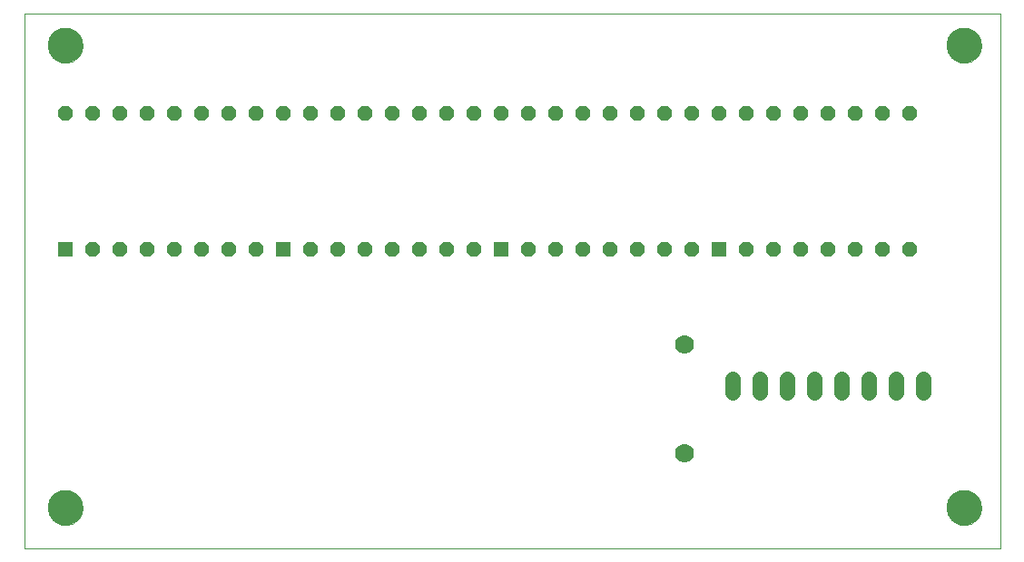
<source format=gbs>
G75*
G70*
%OFA0B0*%
%FSLAX24Y24*%
%IPPOS*%
%LPD*%
%AMOC8*
5,1,8,0,0,1.08239X$1,22.5*
%
%ADD10C,0.0000*%
%ADD11C,0.1300*%
%ADD12OC8,0.0555*%
%ADD13R,0.0555X0.0555*%
%ADD14C,0.0555*%
%ADD15C,0.0700*%
D10*
X000180Y000180D02*
X000180Y019865D01*
X036007Y019865D01*
X036007Y000180D01*
X000180Y000180D01*
X001050Y001680D02*
X001052Y001730D01*
X001058Y001780D01*
X001068Y001829D01*
X001082Y001877D01*
X001099Y001924D01*
X001120Y001969D01*
X001145Y002013D01*
X001173Y002054D01*
X001205Y002093D01*
X001239Y002130D01*
X001276Y002164D01*
X001316Y002194D01*
X001358Y002221D01*
X001402Y002245D01*
X001448Y002266D01*
X001495Y002282D01*
X001543Y002295D01*
X001593Y002304D01*
X001642Y002309D01*
X001693Y002310D01*
X001743Y002307D01*
X001792Y002300D01*
X001841Y002289D01*
X001889Y002274D01*
X001935Y002256D01*
X001980Y002234D01*
X002023Y002208D01*
X002064Y002179D01*
X002103Y002147D01*
X002139Y002112D01*
X002171Y002074D01*
X002201Y002034D01*
X002228Y001991D01*
X002251Y001947D01*
X002270Y001901D01*
X002286Y001853D01*
X002298Y001804D01*
X002306Y001755D01*
X002310Y001705D01*
X002310Y001655D01*
X002306Y001605D01*
X002298Y001556D01*
X002286Y001507D01*
X002270Y001459D01*
X002251Y001413D01*
X002228Y001369D01*
X002201Y001326D01*
X002171Y001286D01*
X002139Y001248D01*
X002103Y001213D01*
X002064Y001181D01*
X002023Y001152D01*
X001980Y001126D01*
X001935Y001104D01*
X001889Y001086D01*
X001841Y001071D01*
X001792Y001060D01*
X001743Y001053D01*
X001693Y001050D01*
X001642Y001051D01*
X001593Y001056D01*
X001543Y001065D01*
X001495Y001078D01*
X001448Y001094D01*
X001402Y001115D01*
X001358Y001139D01*
X001316Y001166D01*
X001276Y001196D01*
X001239Y001230D01*
X001205Y001267D01*
X001173Y001306D01*
X001145Y001347D01*
X001120Y001391D01*
X001099Y001436D01*
X001082Y001483D01*
X001068Y001531D01*
X001058Y001580D01*
X001052Y001630D01*
X001050Y001680D01*
X001050Y018680D02*
X001052Y018730D01*
X001058Y018780D01*
X001068Y018829D01*
X001082Y018877D01*
X001099Y018924D01*
X001120Y018969D01*
X001145Y019013D01*
X001173Y019054D01*
X001205Y019093D01*
X001239Y019130D01*
X001276Y019164D01*
X001316Y019194D01*
X001358Y019221D01*
X001402Y019245D01*
X001448Y019266D01*
X001495Y019282D01*
X001543Y019295D01*
X001593Y019304D01*
X001642Y019309D01*
X001693Y019310D01*
X001743Y019307D01*
X001792Y019300D01*
X001841Y019289D01*
X001889Y019274D01*
X001935Y019256D01*
X001980Y019234D01*
X002023Y019208D01*
X002064Y019179D01*
X002103Y019147D01*
X002139Y019112D01*
X002171Y019074D01*
X002201Y019034D01*
X002228Y018991D01*
X002251Y018947D01*
X002270Y018901D01*
X002286Y018853D01*
X002298Y018804D01*
X002306Y018755D01*
X002310Y018705D01*
X002310Y018655D01*
X002306Y018605D01*
X002298Y018556D01*
X002286Y018507D01*
X002270Y018459D01*
X002251Y018413D01*
X002228Y018369D01*
X002201Y018326D01*
X002171Y018286D01*
X002139Y018248D01*
X002103Y018213D01*
X002064Y018181D01*
X002023Y018152D01*
X001980Y018126D01*
X001935Y018104D01*
X001889Y018086D01*
X001841Y018071D01*
X001792Y018060D01*
X001743Y018053D01*
X001693Y018050D01*
X001642Y018051D01*
X001593Y018056D01*
X001543Y018065D01*
X001495Y018078D01*
X001448Y018094D01*
X001402Y018115D01*
X001358Y018139D01*
X001316Y018166D01*
X001276Y018196D01*
X001239Y018230D01*
X001205Y018267D01*
X001173Y018306D01*
X001145Y018347D01*
X001120Y018391D01*
X001099Y018436D01*
X001082Y018483D01*
X001068Y018531D01*
X001058Y018580D01*
X001052Y018630D01*
X001050Y018680D01*
X034050Y018680D02*
X034052Y018730D01*
X034058Y018780D01*
X034068Y018829D01*
X034082Y018877D01*
X034099Y018924D01*
X034120Y018969D01*
X034145Y019013D01*
X034173Y019054D01*
X034205Y019093D01*
X034239Y019130D01*
X034276Y019164D01*
X034316Y019194D01*
X034358Y019221D01*
X034402Y019245D01*
X034448Y019266D01*
X034495Y019282D01*
X034543Y019295D01*
X034593Y019304D01*
X034642Y019309D01*
X034693Y019310D01*
X034743Y019307D01*
X034792Y019300D01*
X034841Y019289D01*
X034889Y019274D01*
X034935Y019256D01*
X034980Y019234D01*
X035023Y019208D01*
X035064Y019179D01*
X035103Y019147D01*
X035139Y019112D01*
X035171Y019074D01*
X035201Y019034D01*
X035228Y018991D01*
X035251Y018947D01*
X035270Y018901D01*
X035286Y018853D01*
X035298Y018804D01*
X035306Y018755D01*
X035310Y018705D01*
X035310Y018655D01*
X035306Y018605D01*
X035298Y018556D01*
X035286Y018507D01*
X035270Y018459D01*
X035251Y018413D01*
X035228Y018369D01*
X035201Y018326D01*
X035171Y018286D01*
X035139Y018248D01*
X035103Y018213D01*
X035064Y018181D01*
X035023Y018152D01*
X034980Y018126D01*
X034935Y018104D01*
X034889Y018086D01*
X034841Y018071D01*
X034792Y018060D01*
X034743Y018053D01*
X034693Y018050D01*
X034642Y018051D01*
X034593Y018056D01*
X034543Y018065D01*
X034495Y018078D01*
X034448Y018094D01*
X034402Y018115D01*
X034358Y018139D01*
X034316Y018166D01*
X034276Y018196D01*
X034239Y018230D01*
X034205Y018267D01*
X034173Y018306D01*
X034145Y018347D01*
X034120Y018391D01*
X034099Y018436D01*
X034082Y018483D01*
X034068Y018531D01*
X034058Y018580D01*
X034052Y018630D01*
X034050Y018680D01*
X034050Y001680D02*
X034052Y001730D01*
X034058Y001780D01*
X034068Y001829D01*
X034082Y001877D01*
X034099Y001924D01*
X034120Y001969D01*
X034145Y002013D01*
X034173Y002054D01*
X034205Y002093D01*
X034239Y002130D01*
X034276Y002164D01*
X034316Y002194D01*
X034358Y002221D01*
X034402Y002245D01*
X034448Y002266D01*
X034495Y002282D01*
X034543Y002295D01*
X034593Y002304D01*
X034642Y002309D01*
X034693Y002310D01*
X034743Y002307D01*
X034792Y002300D01*
X034841Y002289D01*
X034889Y002274D01*
X034935Y002256D01*
X034980Y002234D01*
X035023Y002208D01*
X035064Y002179D01*
X035103Y002147D01*
X035139Y002112D01*
X035171Y002074D01*
X035201Y002034D01*
X035228Y001991D01*
X035251Y001947D01*
X035270Y001901D01*
X035286Y001853D01*
X035298Y001804D01*
X035306Y001755D01*
X035310Y001705D01*
X035310Y001655D01*
X035306Y001605D01*
X035298Y001556D01*
X035286Y001507D01*
X035270Y001459D01*
X035251Y001413D01*
X035228Y001369D01*
X035201Y001326D01*
X035171Y001286D01*
X035139Y001248D01*
X035103Y001213D01*
X035064Y001181D01*
X035023Y001152D01*
X034980Y001126D01*
X034935Y001104D01*
X034889Y001086D01*
X034841Y001071D01*
X034792Y001060D01*
X034743Y001053D01*
X034693Y001050D01*
X034642Y001051D01*
X034593Y001056D01*
X034543Y001065D01*
X034495Y001078D01*
X034448Y001094D01*
X034402Y001115D01*
X034358Y001139D01*
X034316Y001166D01*
X034276Y001196D01*
X034239Y001230D01*
X034205Y001267D01*
X034173Y001306D01*
X034145Y001347D01*
X034120Y001391D01*
X034099Y001436D01*
X034082Y001483D01*
X034068Y001531D01*
X034058Y001580D01*
X034052Y001630D01*
X034050Y001680D01*
D11*
X034680Y001680D03*
X034680Y018680D03*
X001680Y018680D03*
X001680Y001680D03*
D12*
X002680Y011180D03*
X003680Y011180D03*
X004680Y011180D03*
X005680Y011180D03*
X006680Y011180D03*
X007680Y011180D03*
X008680Y011180D03*
X010680Y011180D03*
X011680Y011180D03*
X012680Y011180D03*
X013680Y011180D03*
X014680Y011180D03*
X015680Y011180D03*
X016680Y011180D03*
X018680Y011180D03*
X019680Y011180D03*
X020680Y011180D03*
X021680Y011180D03*
X022680Y011180D03*
X023680Y011180D03*
X024680Y011180D03*
X026680Y011180D03*
X027680Y011180D03*
X028680Y011180D03*
X029680Y011180D03*
X030680Y011180D03*
X031680Y011180D03*
X032680Y011180D03*
X032680Y016180D03*
X031680Y016180D03*
X030680Y016180D03*
X029680Y016180D03*
X028680Y016180D03*
X027680Y016180D03*
X026680Y016180D03*
X025680Y016180D03*
X024680Y016180D03*
X023680Y016180D03*
X022680Y016180D03*
X021680Y016180D03*
X020680Y016180D03*
X019680Y016180D03*
X018680Y016180D03*
X017680Y016180D03*
X016680Y016180D03*
X015680Y016180D03*
X014680Y016180D03*
X013680Y016180D03*
X012680Y016180D03*
X011680Y016180D03*
X010680Y016180D03*
X009680Y016180D03*
X008680Y016180D03*
X007680Y016180D03*
X006680Y016180D03*
X005680Y016180D03*
X004680Y016180D03*
X003680Y016180D03*
X002680Y016180D03*
X001680Y016180D03*
D13*
X001680Y011180D03*
X009680Y011180D03*
X017680Y011180D03*
X025680Y011180D03*
D14*
X026180Y006437D02*
X026180Y005923D01*
X027180Y005923D02*
X027180Y006437D01*
X028180Y006437D02*
X028180Y005923D01*
X029180Y005923D02*
X029180Y006437D01*
X030180Y006437D02*
X030180Y005923D01*
X031180Y005923D02*
X031180Y006437D01*
X032180Y006437D02*
X032180Y005923D01*
X033180Y005923D02*
X033180Y006437D01*
D15*
X024430Y007680D03*
X024430Y003680D03*
M02*

</source>
